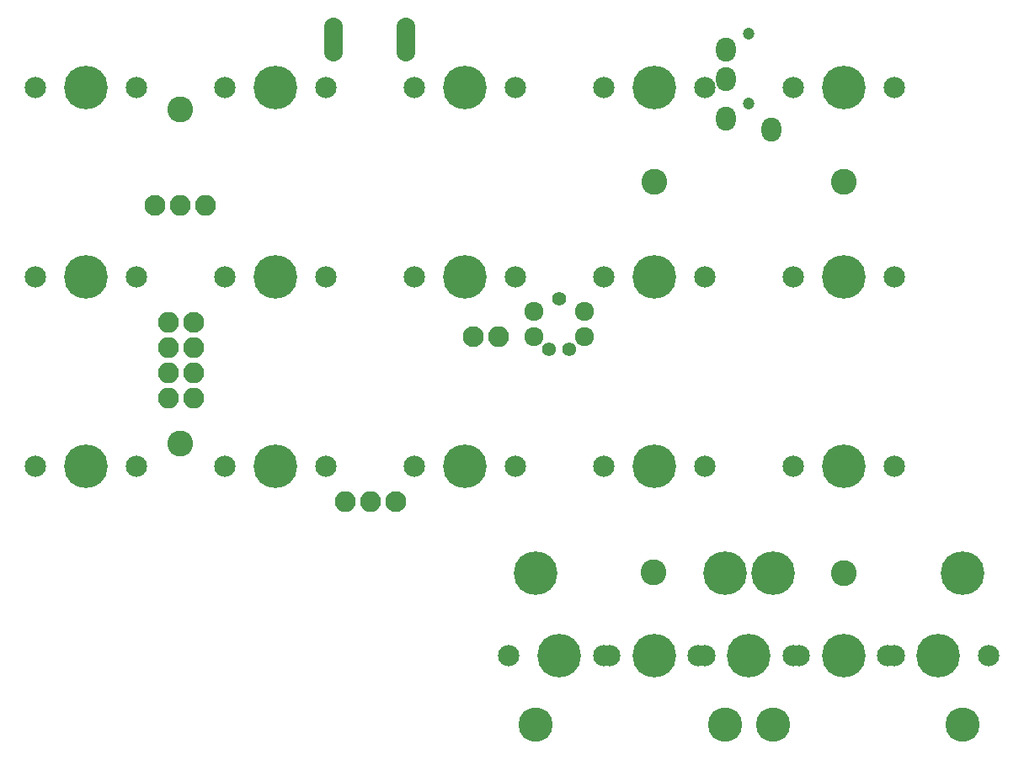
<source format=gts>
G04 #@! TF.FileFunction,Soldermask,Top*
%FSLAX46Y46*%
G04 Gerber Fmt 4.6, Leading zero omitted, Abs format (unit mm)*
G04 Created by KiCad (PCBNEW 4.0.7) date 06/06/18 20:30:53*
%MOMM*%
%LPD*%
G01*
G04 APERTURE LIST*
%ADD10C,0.100000*%
%ADD11C,2.100000*%
%ADD12O,2.100000X2.100000*%
%ADD13C,1.388060*%
%ADD14C,1.385520*%
%ADD15C,1.924000*%
%ADD16O,1.900000X4.400000*%
%ADD17O,2.000000X2.400000*%
%ADD18C,1.200000*%
%ADD19C,4.387800*%
%ADD20C,2.150000*%
%ADD21C,3.448000*%
%ADD22C,2.600000*%
G04 APERTURE END LIST*
D10*
D11*
X59360000Y-57150000D03*
D12*
X61900000Y-57150000D03*
X64440000Y-57150000D03*
D11*
X63240000Y-68880000D03*
D12*
X60700000Y-68880000D03*
X63240000Y-71420000D03*
X60700000Y-71420000D03*
X63240000Y-73960000D03*
X60700000Y-73960000D03*
X63240000Y-76500000D03*
X60700000Y-76500000D03*
D11*
X91400000Y-70300000D03*
D12*
X93940000Y-70300000D03*
D11*
X83540000Y-86900000D03*
D12*
X81000000Y-86900000D03*
X78460000Y-86900000D03*
D13*
X100012500Y-66516250D03*
D14*
X98996500Y-71596250D03*
X101028500Y-71596250D03*
D15*
X102552500Y-67786250D03*
X97472500Y-67786250D03*
X102552500Y-70326250D03*
X97472500Y-70326250D03*
D16*
X77320000Y-40460000D03*
X84620000Y-40460000D03*
D17*
X121350000Y-49550000D03*
X116750000Y-48450000D03*
X116750000Y-41450000D03*
D18*
X119050000Y-46850000D03*
X119050000Y-39850000D03*
D17*
X116750000Y-44450000D03*
D19*
X128587500Y-102393750D03*
D20*
X133667500Y-102393750D03*
X123507500Y-102393750D03*
D21*
X140525500Y-109378750D03*
X116649500Y-109378750D03*
D19*
X140525500Y-94138750D03*
X116649500Y-94138750D03*
X109537500Y-102393750D03*
D20*
X114617500Y-102393750D03*
X104457500Y-102393750D03*
D21*
X121475500Y-109378750D03*
X97599500Y-109378750D03*
D19*
X121475500Y-94138750D03*
X97599500Y-94138750D03*
X90487500Y-83343750D03*
D20*
X95567500Y-83343750D03*
X85407500Y-83343750D03*
D19*
X52387500Y-45243750D03*
D20*
X57467500Y-45243750D03*
X47307500Y-45243750D03*
D19*
X71437500Y-45243750D03*
D20*
X76517500Y-45243750D03*
X66357500Y-45243750D03*
D19*
X90487500Y-45243750D03*
D20*
X95567500Y-45243750D03*
X85407500Y-45243750D03*
D19*
X109537500Y-45243750D03*
D20*
X114617500Y-45243750D03*
X104457500Y-45243750D03*
D19*
X128587500Y-45243750D03*
D20*
X133667500Y-45243750D03*
X123507500Y-45243750D03*
D19*
X52387500Y-64293750D03*
D20*
X47307500Y-64293750D03*
X57467500Y-64293750D03*
D19*
X71437500Y-64293750D03*
D20*
X66357500Y-64293750D03*
X76517500Y-64293750D03*
D19*
X90487500Y-64293750D03*
D20*
X85407500Y-64293750D03*
X95567500Y-64293750D03*
D19*
X109537500Y-64293750D03*
D20*
X104457500Y-64293750D03*
X114617500Y-64293750D03*
D19*
X128587500Y-64293750D03*
D20*
X123507500Y-64293750D03*
X133667500Y-64293750D03*
D19*
X52387500Y-83343750D03*
D20*
X57467500Y-83343750D03*
X47307500Y-83343750D03*
D19*
X71437500Y-83343750D03*
D20*
X76517500Y-83343750D03*
X66357500Y-83343750D03*
D19*
X109537500Y-83343750D03*
D20*
X114617500Y-83343750D03*
X104457500Y-83343750D03*
D19*
X128587500Y-83343750D03*
D20*
X133667500Y-83343750D03*
X123507500Y-83343750D03*
D19*
X100012500Y-102393750D03*
D20*
X105092500Y-102393750D03*
X94932500Y-102393750D03*
D19*
X119062500Y-102393750D03*
D20*
X124142500Y-102393750D03*
X113982500Y-102393750D03*
D19*
X138112500Y-102393750D03*
D20*
X143192500Y-102393750D03*
X133032500Y-102393750D03*
D22*
X128600000Y-94100000D03*
X109500000Y-94050000D03*
X128650000Y-54750000D03*
X109600000Y-54750000D03*
X61900000Y-81100000D03*
X61900000Y-47500000D03*
M02*

</source>
